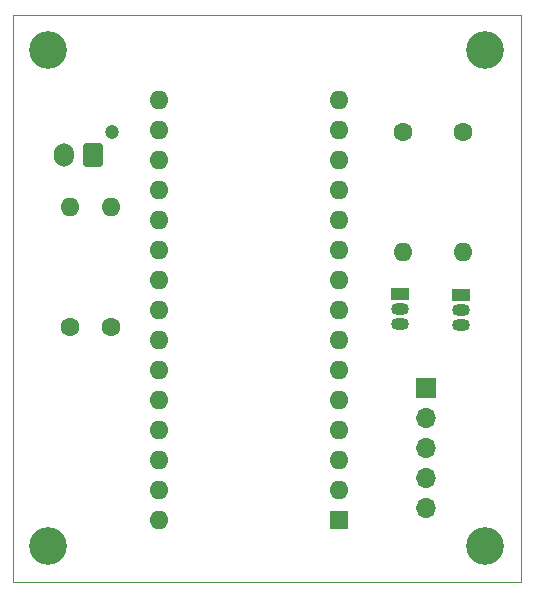
<source format=gbr>
%TF.GenerationSoftware,KiCad,Pcbnew,8.0.5*%
%TF.CreationDate,2025-02-09T09:24:22+08:00*%
%TF.ProjectId,arduino_solar_bikelight_1,61726475-696e-46f5-9f73-6f6c61725f62,rev?*%
%TF.SameCoordinates,Original*%
%TF.FileFunction,Soldermask,Top*%
%TF.FilePolarity,Negative*%
%FSLAX46Y46*%
G04 Gerber Fmt 4.6, Leading zero omitted, Abs format (unit mm)*
G04 Created by KiCad (PCBNEW 8.0.5) date 2025-02-09 09:24:22*
%MOMM*%
%LPD*%
G01*
G04 APERTURE LIST*
G04 Aperture macros list*
%AMRoundRect*
0 Rectangle with rounded corners*
0 $1 Rounding radius*
0 $2 $3 $4 $5 $6 $7 $8 $9 X,Y pos of 4 corners*
0 Add a 4 corners polygon primitive as box body*
4,1,4,$2,$3,$4,$5,$6,$7,$8,$9,$2,$3,0*
0 Add four circle primitives for the rounded corners*
1,1,$1+$1,$2,$3*
1,1,$1+$1,$4,$5*
1,1,$1+$1,$6,$7*
1,1,$1+$1,$8,$9*
0 Add four rect primitives between the rounded corners*
20,1,$1+$1,$2,$3,$4,$5,0*
20,1,$1+$1,$4,$5,$6,$7,0*
20,1,$1+$1,$6,$7,$8,$9,0*
20,1,$1+$1,$8,$9,$2,$3,0*%
G04 Aperture macros list end*
%ADD10C,1.600000*%
%ADD11O,1.600000X1.600000*%
%ADD12C,3.200000*%
%ADD13R,1.600000X1.600000*%
%ADD14C,1.200000*%
%ADD15RoundRect,0.250000X0.600000X0.750000X-0.600000X0.750000X-0.600000X-0.750000X0.600000X-0.750000X0*%
%ADD16O,1.700000X2.000000*%
%ADD17R,1.500000X1.050000*%
%ADD18O,1.500000X1.050000*%
%ADD19R,1.700000X1.700000*%
%ADD20O,1.700000X1.700000*%
%TA.AperFunction,Profile*%
%ADD21C,0.050000*%
%TD*%
G04 APERTURE END LIST*
D10*
%TO.C,R1*%
X149745000Y-84875000D03*
D11*
X149745000Y-74715000D03*
%TD*%
D10*
%TO.C,R2*%
X146245000Y-84875000D03*
D11*
X146245000Y-74715000D03*
%TD*%
D12*
%TO.C,REF\u002A\u002A*%
X181445000Y-61395000D03*
%TD*%
D13*
%TO.C,A1*%
X169085000Y-101195000D03*
D11*
X169085000Y-98655000D03*
X169085000Y-96115000D03*
X169085000Y-93575000D03*
X169085000Y-91035000D03*
X169085000Y-88495000D03*
X169085000Y-85955000D03*
X169085000Y-83415000D03*
X169085000Y-80875000D03*
X169085000Y-78335000D03*
X169085000Y-75795000D03*
X169085000Y-73255000D03*
X169085000Y-70715000D03*
X169085000Y-68175000D03*
X169085000Y-65635000D03*
X153845000Y-65635000D03*
X153845000Y-68175000D03*
X153845000Y-70715000D03*
X153845000Y-73255000D03*
X153845000Y-75795000D03*
X153845000Y-78335000D03*
X153845000Y-80875000D03*
X153845000Y-83415000D03*
X153845000Y-85955000D03*
X153845000Y-88495000D03*
X153845000Y-91035000D03*
X153845000Y-93575000D03*
X153845000Y-96115000D03*
X153845000Y-98655000D03*
X153845000Y-101195000D03*
%TD*%
D12*
%TO.C,REF\u002A\u002A*%
X144445000Y-61395000D03*
%TD*%
D10*
%TO.C,R4*%
X174445000Y-68315000D03*
D11*
X174445000Y-78475000D03*
%TD*%
D14*
%TO.C,J1*%
X149845000Y-68295000D03*
D15*
X148245000Y-70295000D03*
D16*
X145745000Y-70295000D03*
%TD*%
D12*
%TO.C,REF\u002A\u002A*%
X144445000Y-103395000D03*
%TD*%
D17*
%TO.C,Q2*%
X174215000Y-82085000D03*
D18*
X174215000Y-83355000D03*
X174215000Y-84625000D03*
%TD*%
D10*
%TO.C,R3*%
X179515000Y-68315000D03*
D11*
X179515000Y-78475000D03*
%TD*%
D17*
%TO.C,Q1*%
X179345000Y-82125000D03*
D18*
X179345000Y-83395000D03*
X179345000Y-84665000D03*
%TD*%
D12*
%TO.C,REF\u002A\u002A*%
X181445000Y-103395000D03*
%TD*%
D19*
%TO.C,J4*%
X176445000Y-89975000D03*
D20*
X176445000Y-92515000D03*
X176445000Y-95055000D03*
X176445000Y-97595000D03*
X176445000Y-100135000D03*
%TD*%
D21*
X141445000Y-58395000D02*
X184445000Y-58395000D01*
X184445000Y-106395000D01*
X141445000Y-106395000D01*
X141445000Y-58395000D01*
M02*

</source>
